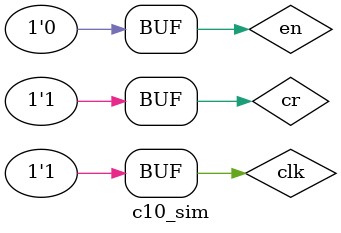
<source format=v>
`timescale 1ns / 1ps



module c10_sim;

	// Inputs
	reg clk;
	reg cr;
	reg en;

	// Outputs
	wire rco;
	wire [3:0] bcd10;

	// Instantiate the Unit Under Test (UUT)
	c10 uut (
		.clk(clk), 
		.cr(cr), 
		.rco(rco), 
		.en(en), 
		.bcd10(bcd10)
	);
	parameter PERIOD =10;
	always begin
	clk=1'b0;
	#(PERIOD/2)clk=1'b1;
	#(PERIOD/2);
	end
	initial begin
		// Initialize Inputs
		clk = 0;
		cr = 0;
		en = 0;

		// Wait 100 ns for global reset to finish
		#100;
		cr=0;
		en=1;
		#100;
		cr=1;//Õý³£¼ÆÊý
      #100000;
		en=0;
        
		// Add stimulus here

	end
      
endmodule


</source>
